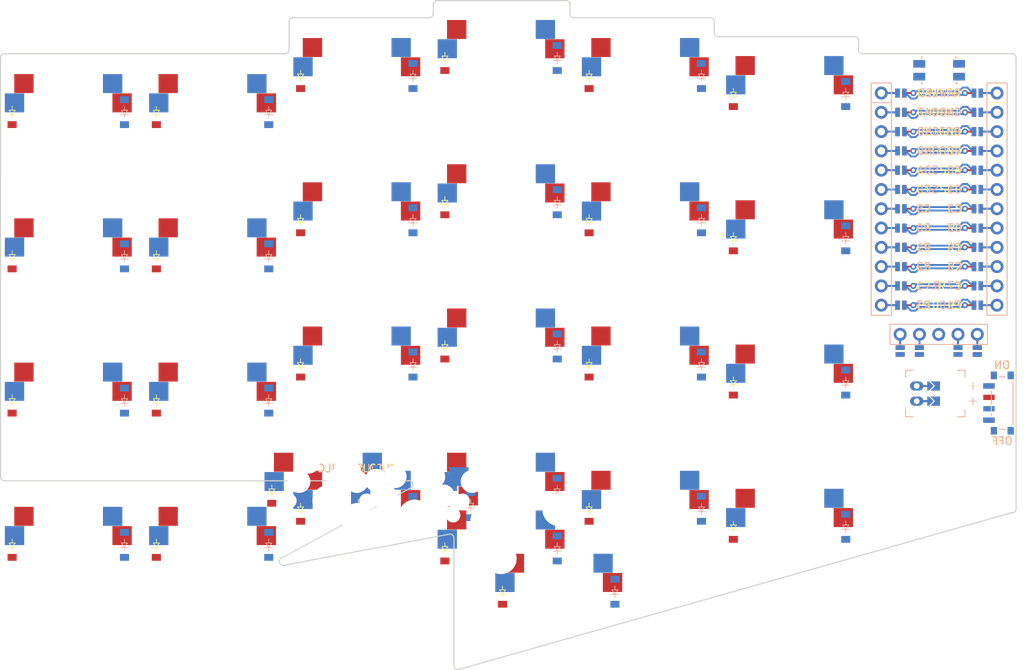
<source format=kicad_pcb>
(kicad_pcb (version 20240108) (generator "ergogen") (generator_version "4.1.0")
  (title_block (title "sofle_v2_wireless") (date "2025-02-05") (rev "0.1") (company "ceoloide (adapted from corney-island)"))
  (layers (0 "F.Cu" signal) (31 "B.Cu" signal) (34 "B.Paste" user) (35 "F.Paste" user) (36 "B.SilkS" user "B.Silkscreen") (37 "F.SilkS" user "F.Silkscreen") (38 "B.Mask" user) (39 "F.Mask" user) (44 "Edge.Cuts" user))
  (net 0 "")
  (net 1 "C0")
  (net 2 "outer_number_B")
  (net 3 "GND")
  (net 4 "D1")
  (net 5 "D2")
  (net 6 "outer_bottom_B")
  (net 7 "outer_home_B")
  (net 8 "outer_top_B")
  (net 9 "C1")
  (net 10 "pinky_number_B")
  (net 11 "pinky_bottom_B")
  (net 12 "pinky_home_B")
  (net 13 "pinky_top_B")
  (net 14 "C2")
  (net 15 "ring_number_B")
  (net 16 "ring_bottom_B")
  (net 17 "ring_home_B")
  (net 18 "ring_top_B")
  (net 19 "C3")
  (net 20 "middle_number_B")
  (net 21 "middle_bottom_B")
  (net 22 "middle_home_B")
  (net 23 "middle_top_B")
  (net 24 "C4")
  (net 25 "index_number_B")
  (net 26 "index_bottom_B")
  (net 27 "index_home_B")
  (net 28 "index_top_B")
  (net 29 "C5")
  (net 30 "inner_number_B")
  (net 31 "inner_bottom_B")
  (net 32 "inner_home_B")
  (net 33 "inner_top_B")
  (net 34 "C6")
  (net 35 "inward_home_B")
  (net 36 "C7")
  (net 37 "C8")
  (net 38 "outward_home_B")
  (net 39 "C9")
  (net 40 "extra_outward_home_B")
  (net 41 "R-1")
  (net 42 "R2")
  (net 43 "R1")
  (net 44 "R0")
  (net 45 "R3")
  (net 46 "outer_number_F")
  (net 47 "outer_bottom_F")
  (net 48 "outer_home_F")
  (net 49 "outer_top_F")
  (net 50 "pinky_number_F")
  (net 51 "pinky_bottom_F")
  (net 52 "pinky_home_F")
  (net 53 "pinky_top_F")
  (net 54 "ring_number_F")
  (net 55 "ring_bottom_F")
  (net 56 "ring_home_F")
  (net 57 "ring_top_F")
  (net 58 "middle_number_F")
  (net 59 "middle_bottom_F")
  (net 60 "middle_home_F")
  (net 61 "middle_top_F")
  (net 62 "index_number_F")
  (net 63 "index_bottom_F")
  (net 64 "index_home_F")
  (net 65 "index_top_F")
  (net 66 "inner_number_F")
  (net 67 "inner_bottom_F")
  (net 68 "inner_home_F")
  (net 69 "inner_top_F")
  (net 70 "inward_home_F")
  (net 71 "outward_home_F")
  (net 72 "extra_outward_home_F")
  (net 73 "RAW")
  (net 74 "RST")
  (net 75 "VCC")
  (net 76 "P10")
  (net 77 "LED")
  (net 78 "DAT")
  (net 79 "SDA")
  (net 80 "SCL")
  (net 81 "CS")
  (net 82 "P101")
  (net 83 "P102")
  (net 84 "P107")
  (net 85 "MCU1_24")
  (net 86 "MCU1_1")
  (net 87 "MCU1_23")
  (net 88 "MCU1_2")
  (net 89 "MCU1_22")
  (net 90 "MCU1_3")
  (net 91 "MCU1_21")
  (net 92 "MCU1_4")
  (net 93 "MCU1_20")
  (net 94 "MCU1_5")
  (net 95 "MCU1_19")
  (net 96 "MCU1_6")
  (net 97 "MCU1_18")
  (net 98 "MCU1_7")
  (net 99 "MCU1_17")
  (net 100 "MCU1_8")
  (net 101 "MCU1_16")
  (net 102 "MCU1_9")
  (net 103 "MCU1_15")
  (net 104 "MCU1_10")
  (net 105 "MCU1_14")
  (net 106 "MCU1_11")
  (net 107 "MCU1_13")
  (net 108 "MCU1_12")
  (net 109 "DISP1_1")
  (net 110 "DISP1_2")
  (net 111 "DISP1_4")
  (net 112 "DISP1_5")
  (net 113 "BAT_P")
  (net 114 "JST1_1")
  (net 115 "JST1_2")
  (footprint "ceoloide:mounting_hole_npth" (layer "F.Cu") (at 207.762 81.476 0)
    (property "Reference" "MH1" hide)
  )
  (footprint "ceoloide:mounting_hole_npth" (layer "F.Cu") (at 222.194 89.995 0)
    (property "Reference" "MH2" hide)
  )
  (footprint "ceoloide:mounting_hole_npth" (layer "F.Cu") (at 109.5 52.5 0)
    (property "Reference" "MH3" hide)
  )
  (footprint "ceoloide:mounting_hole_npth" (layer "F.Cu") (at 109.5 71.5 0)
    (property "Reference" "MH4" hide)
  )
  (footprint "ceoloide:mounting_hole_npth" (layer "F.Cu") (at 185.468 48.986000000000004 0)
    (property "Reference" "MH5" hide)
  )
  (footprint "ceoloide:mounting_hole_npth" (layer "F.Cu") (at 120.35699999999999 85.74 0)
    (property "Reference" "MH6" hide)
  )
  (footprint "ceoloide:mounting_hole_npth" (layer "F.Cu") (at 164.6 94.044 0)
    (property "Reference" "MH7" hide)
  )
  (footprint "ceoloide:switch_mx" (layer "B.Cu") (at 100 100 0)
    (property "Reference" "S1" hide)
  )
  (footprint "ceoloide:switch_mx" (layer "B.Cu") (at 100 81 0)
    (property "Reference" "S2" hide)
  )
  (footprint "ceoloide:switch_mx" (layer "B.Cu") (at 100 62 0)
    (property "Reference" "S3" hide)
  )
  (footprint "ceoloide:switch_mx" (layer "B.Cu") (at 100 43 0)
    (property "Reference" "S4" hide)
  )
  (footprint "ceoloide:switch_mx" (layer "B.Cu") (at 119 100 0)
    (property "Reference" "S5" hide)
  )
  (footprint "ceoloide:switch_mx" (layer "B.Cu") (at 119 81 0)
    (property "Reference" "S6" hide)
  )
  (footprint "ceoloide:switch_mx" (layer "B.Cu") (at 119 62 0)
    (property "Reference" "S7" hide)
  )
  (footprint "ceoloide:switch_mx" (layer "B.Cu") (at 119 43 0)
    (property "Reference" "S8" hide)
  )
  (footprint "ceoloide:switch_mx" (layer "B.Cu") (at 138 95.25 0)
    (property "Reference" "S9" hide)
  )
  (footprint "ceoloide:switch_mx" (layer "B.Cu") (at 138 76.25 0)
    (property "Reference" "S10" hide)
  )
  (footprint "ceoloide:switch_mx" (layer "B.Cu") (at 138 57.25 0)
    (property "Reference" "S11" hide)
  )
  (footprint "ceoloide:switch_mx" (layer "B.Cu") (at 138 38.25 0)
    (property "Reference" "S12" hide)
  )
  (footprint "ceoloide:switch_mx" (layer "B.Cu") (at 157 92.875 0)
    (property "Reference" "S13" hide)
  )
  (footprint "ceoloide:switch_mx" (layer "B.Cu") (at 157 73.875 0)
    (property "Reference" "S14" hide)
  )
  (footprint "ceoloide:switch_mx" (layer "B.Cu") (at 157 54.875 0)
    (property "Reference" "S15" hide)
  )
  (footprint "ceoloide:switch_mx" (layer "B.Cu") (at 157 35.875 0)
    (property "Reference" "S16" hide)
  )
  (footprint "ceoloide:switch_mx" (layer "B.Cu") (at 176 95.25 0)
    (property "Reference" "S17" hide)
  )
  (footprint "ceoloide:switch_mx" (layer "B.Cu") (at 176 76.25 0)
    (property "Reference" "S18" hide)
  )
  (footprint "ceoloide:switch_mx" (layer "B.Cu") (at 176 57.25 0)
    (property "Reference" "S19" hide)
  )
  (footprint "ceoloide:switch_mx" (layer "B.Cu") (at 176 38.25 0)
    (property "Reference" "S20" hide)
  )
  (footprint "ceoloide:switch_mx" (layer "B.Cu") (at 195 97.625 0)
    (property "Reference" "S21" hide)
  )
  (footprint "ceoloide:switch_mx" (layer "B.Cu") (at 195 78.625 0)
    (property "Reference" "S22" hide)
  )
  (footprint "ceoloide:switch_mx" (layer "B.Cu") (at 195 59.625 0)
    (property "Reference" "S23" hide)
  )
  (footprint "ceoloide:switch_mx" (layer "B.Cu") (at 195 40.625 0)
    (property "Reference" "S24" hide)
  )
  (footprint "ceoloide:switch_mx" (layer "B.Cu") (at 134.2 92.875 0)
    (property "Reference" "S25" hide)
  )
  (footprint "ceoloide:switch_mx" (layer "B.Cu") (at 145.6 94.77499999999999 0)
    (property "Reference" "S26" hide)
  )
  (footprint "ceoloide:switch_mx" (layer "B.Cu") (at 157 100.475 0)
    (property "Reference" "S27" hide)
  )
  (footprint "ceoloide:switch_mx" (layer "B.Cu") (at 164.6 106.175 0)
    (property "Reference" "S28" hide)
  )
  (footprint "ceoloide:diode_tht_sod123" (layer "B.Cu") (at 107.4 98.675 90)
    (property "Reference" "D1" hide)
  )
  (footprint "ceoloide:diode_tht_sod123" (layer "B.Cu") (at 107.4 79.675 90)
    (property "Reference" "D2" hide)
  )
  (footprint "ceoloide:diode_tht_sod123" (layer "B.Cu") (at 107.4 60.675 90)
    (property "Reference" "D3" hide)
  )
  (footprint "ceoloide:diode_tht_sod123" (layer "B.Cu") (at 107.4 41.675 90)
    (property "Reference" "D4" hide)
  )
  (footprint "ceoloide:diode_tht_sod123" (layer "B.Cu") (at 126.4 98.675 90)
    (property "Reference" "D5" hide)
  )
  (footprint "ceoloide:diode_tht_sod123" (layer "B.Cu") (at 126.4 79.675 90)
    (property "Reference" "D6" hide)
  )
  (footprint "ceoloide:diode_tht_sod123" (layer "B.Cu") (at 126.4 60.675 90)
    (property "Reference" "D7" hide)
  )
  (footprint "ceoloide:diode_tht_sod123" (layer "B.Cu") (at 126.4 41.675 90)
    (property "Reference" "D8" hide)
  )
  (footprint "ceoloide:diode_tht_sod123" (layer "B.Cu") (at 145.4 93.925 90)
    (property "Reference" "D9" hide)
  )
  (footprint "ceoloide:diode_tht_sod123" (layer "B.Cu") (at 145.4 74.925 90)
    (property "Reference" "D10" hide)
  )
  (footprint "ceoloide:diode_tht_sod123" (layer "B.Cu") (at 145.4 55.925 90)
    (property "Reference" "D11" hide)
  )
  (footprint "ceoloide:diode_tht_sod123" (layer "B.Cu") (at 145.4 36.925 90)
    (property "Reference" "D12" hide)
  )
  (footprint "ceoloide:diode_tht_sod123" (layer "B.Cu") (at 164.4 91.55 90)
    (property "Reference" "D13" hide)
  )
  (footprint "ceoloide:diode_tht_sod123" (layer "B.Cu") (at 164.4 72.55 90)
    (property "Reference" "D14" hide)
  )
  (footprint "ceoloide:diode_tht_sod123" (layer "B.Cu") (at 164.4 53.55 90)
    (property "Reference" "D15" hide)
  )
  (footprint "ceoloide:diode_tht_sod123" (layer "B.Cu") (at 164.4 34.55 90)
    (property "Reference" "D16" hide)
  )
  (footprint "ceoloide:diode_tht_sod123" (layer "B.Cu") (at 183.4 93.925 90)
    (property "Reference" "D17" hide)
  )
  (footprint "ceoloide:diode_tht_sod123" (layer "B.Cu") (at 183.4 74.925 90)
    (property "Reference" "D18" hide)
  )
  (footprint "ceoloide:diode_tht_sod123" (layer "B.Cu") (at 183.4 55.925 90)
    (property "Reference" "D19" hide)
  )
  (footprint "ceoloide:diode_tht_sod123" (layer "B.Cu") (at 183.4 36.925 90)
    (property "Reference" "D20" hide)
  )
  (footprint "ceoloide:diode_tht_sod123" (layer "B.Cu") (at 202.4 96.3 90)
    (property "Reference" "D21" hide)
  )
  (footprint "ceoloide:diode_tht_sod123" (layer "B.Cu") (at 202.4 77.3 90)
    (property "Reference" "D22" hide)
  )
  (footprint "ceoloide:diode_tht_sod123" (layer "B.Cu") (at 202.4 58.3 90)
    (property "Reference" "D23" hide)
  )
  (footprint "ceoloide:diode_tht_sod123" (layer "B.Cu") (at 202.4 39.3 90)
    (property "Reference" "D24" hide)
  )
  (footprint "ceoloide:diode_tht_sod123" (layer "B.Cu") (at 141.6 91.55 90)
    (property "Reference" "D25" hide)
  )
  (footprint "ceoloide:diode_tht_sod123" (layer "B.Cu") (at 153 93.44999999999999 90)
    (property "Reference" "D26" hide)
  )
  (footprint "ceoloide:diode_tht_sod123" (layer "B.Cu") (at 164.4 99.14999999999999 90)
    (property "Reference" "D27" hide)
  )
  (footprint "ceoloide:diode_tht_sod123" (layer "B.Cu") (at 172 104.85 90)
    (property "Reference" "D28" hide)
  )
  (footprint "ceoloide:switch_mx" (layer "F.Cu") (at 100 100 0)
    (property "Reference" "S29" hide)
  )
  (footprint "ceoloide:switch_mx" (layer "F.Cu") (at 100 81 0)
    (property "Reference" "S30" hide)
  )
  (footprint "ceoloide:switch_mx" (layer "F.Cu") (at 100 62 0)
    (property "Reference" "S31" hide)
  )
  (footprint "ceoloide:switch_mx" (layer "F.Cu") (at 100 43 0)
    (property "Reference" "S32" hide)
  )
  (footprint "ceoloide:switch_mx" (layer "F.Cu") (at 119 100 0)
    (property "Reference" "S33" hide)
  )
  (footprint "ceoloide:switch_mx" (layer "F.Cu") (at 119 81 0)
    (property "Reference" "S34" hide)
  )
  (footprint "ceoloide:switch_mx" (layer "F.Cu") (at 119 62 0)
    (property "Reference" "S35" hide)
  )
  (footprint "ceoloide:switch_mx" (layer "F.Cu") (at 119 43 0)
    (property "Reference" "S36" hide)
  )
  (footprint "ceoloide:switch_mx" (layer "F.Cu") (at 138 95.25 0)
    (property "Reference" "S37" hide)
  )
  (footprint "ceoloide:switch_mx" (layer "F.Cu") (at 138 76.25 0)
    (property "Reference" "S38" hide)
  )
  (footprint "ceoloide:switch_mx" (layer "F.Cu") (at 138 57.25 0)
    (property "Reference" "S39" hide)
  )
  (footprint "ceoloide:switch_mx" (layer "F.Cu") (at 138 38.25 0)
    (property "Reference" "S40" hide)
  )
  (footprint "ceoloide:switch_mx" (layer "F.Cu") (at 157 92.875 0)
    (property "Reference" "S41" hide)
  )
  (footprint "ceoloide:switch_mx" (layer "F.Cu") (at 157 73.875 0)
    (property "Reference" "S42" hide)
  )
  (footprint "ceoloide:switch_mx" (layer "F.Cu") (at 157 54.875 0)
    (property "Reference" "S43" hide)
  )
  (footprint "ceoloide:switch_mx" (layer "F.Cu") (at 157 35.875 0)
    (property "Reference" "S44" hide)
  )
  (footprint "ceoloide:switch_mx" (layer "F.Cu") (at 176 95.25 0)
    (property "Reference" "S45" hide)
  )
  (footprint "ceoloide:switch_mx" (layer "F.Cu") (at 176 76.25 0)
    (property "Reference" "S46" hide)
  )
  (footprint "ceoloide:switch_mx" (layer "F.Cu") (at 176 57.25 0)
    (property "Reference" "S47" hide)
  )
  (footprint "ceoloide:switch_mx" (layer "F.Cu") (at 176 38.25 0)
    (property "Reference" "S48" hide)
  )
  (footprint "ceoloide:switch_mx" (layer "F.Cu") (at 195 97.625 0)
    (property "Reference" "S49" hide)
  )
  (footprint "ceoloide:switch_mx" (layer "F.Cu") (at 195 78.625 0)
    (property "Reference" "S50" hide)
  )
  (footprint "ceoloide:switch_mx" (layer "F.Cu") (at 195 59.625 0)
    (property "Reference" "S51" hide)
  )
  (footprint "ceoloide:switch_mx" (layer "F.Cu") (at 195 40.625 0)
    (property "Reference" "S52" hide)
  )
  (footprint "ceoloide:switch_mx" (layer "F.Cu") (at 134.2 92.875 0)
    (property "Reference" "S53" hide)
  )
  (footprint "ceoloide:switch_mx" (layer "F.Cu") (at 145.6 94.77499999999999 0)
    (property "Reference" "S54" hide)
  )
  (footprint "ceoloide:switch_mx" (layer "F.Cu") (at 157 100.475 0)
    (property "Reference" "S55" hide)
  )
  (footprint "ceoloide:switch_mx" (layer "F.Cu") (at 164.6 106.175 0)
    (property "Reference" "S56" hide)
  )
  (footprint "ceoloide:diode_tht_sod123" (layer "F.Cu") (at 92.6 98.675 90)
    (property "Reference" "D29" hide)
  )
  (footprint "ceoloide:diode_tht_sod123" (layer "F.Cu") (at 92.6 79.675 90)
    (property "Reference" "D30" hide)
  )
  (footprint "ceoloide:diode_tht_sod123" (layer "F.Cu") (at 92.6 60.675 90)
    (property "Reference" "D31" hide)
  )
  (footprint "ceoloide:diode_tht_sod123" (layer "F.Cu") (at 92.6 41.675 90)
    (property "Reference" "D32" hide)
  )
  (footprint "ceoloide:diode_tht_sod123" (layer "F.Cu") (at 111.6 98.675 90)
    (property "Reference" "D33" hide)
  )
  (footprint "ceoloide:diode_tht_sod123" (layer "F.Cu") (at 111.6 79.675 90)
    (property "Reference" "D34" hide)
  )
  (footprint "ceoloide:diode_tht_sod123" (layer "F.Cu") (at 111.6 60.675 90)
    (property "Reference" "D35" hide)
  )
  (footprint "ceoloide:diode_tht_sod123" (layer "F.Cu") (at 111.6 41.675 90)
    (property "Reference" "D36" hide)
  )
  (footprint "ceoloide:diode_tht_sod123" (layer "F.Cu") (at 130.6 93.925 90)
    (property "Reference" "D37" hide)
  )
  (footprint "ceoloide:diode_tht_sod123" (layer "F.Cu") (at 130.6 74.925 90)
    (property "Reference" "D38" hide)
  )
  (footprint "ceoloide:diode_tht_sod123" (layer "F.Cu") (at 130.6 55.925 90)
    (property "Reference" "D39" hide)
  )
  (footprint "ceoloide:diode_tht_sod123" (layer "F.Cu") (at 130.6 36.925 90)
    (property "Reference" "D40" hide)
  )
  (footprint "ceoloide:diode_tht_sod123" (layer "F.Cu") (at 149.6 91.55 90)
    (property "Reference" "D41" hide)
  )
  (footprint "ceoloide:diode_tht_sod123" (layer "F.Cu") (at 149.6 72.55 90)
    (property "Reference" "D42" hide)
  )
  (footprint "ceoloide:diode_tht_sod123" (layer "F.Cu") (at 149.6 53.55 90)
    (property "Reference" "D43" hide)
  )
  (footprint "ceoloide:diode_tht_sod123" (layer "F.Cu") (at 149.6 34.55 90)
    (property "Reference" "D44" hide)
  )
  (footprint "ceoloide:diode_tht_sod123" (layer "F.Cu") (at 168.6 93.925 90)
    (property "Reference" "D45" hide)
  )
  (footprint "ceoloide:diode_tht_sod123" (layer "F.Cu") (at 168.6 74.925 90)
    (property "Reference" "D46" hide)
  )
  (footprint "ceoloide:diode_tht_sod123" (layer "F.Cu") (at 168.6 55.925 90)
    (property "Reference" "D47" hide)
  )
  (footprint "ceoloide:diode_tht_sod123" (layer "F.Cu") (at 168.6 36.925 90)
    (property "Reference" "D48" hide)
  )
  (footprint "ceoloide:diode_tht_sod123" (layer "F.Cu") (at 187.6 96.3 90)
    (property "Reference" "D49" hide)
  )
  (footprint "ceoloide:diode_tht_sod123" (layer "F.Cu") (at 187.6 77.3 90)
    (property "Reference" "D50" hide)
  )
  (footprint "ceoloide:diode_tht_sod123" (layer "F.Cu") (at 187.6 58.3 90)
    (property "Reference" "D51" hide)
  )
  (footprint "ceoloide:diode_tht_sod123" (layer "F.Cu") (at 187.6 39.3 90)
    (property "Reference" "D52" hide)
  )
  (footprint "ceoloide:diode_tht_sod123" (layer "F.Cu") (at 126.79999999999998 91.55 90)
    (property "Reference" "D53" hide)
  )
  (footprint "ceoloide:diode_tht_sod123" (layer "F.Cu") (at 138.2 93.44999999999999 90)
    (property "Reference" "D54" hide)
  )
  (footprint "ceoloide:diode_tht_sod123" (layer "F.Cu") (at 149.6 99.14999999999999 90)
    (property "Reference" "D55" hide)
  )
  (footprint "ceoloide:diode_tht_sod123" (layer "F.Cu") (at 157.2 104.85 90)
    (property "Reference" "D56" hide)
  )
  (footprint "ceoloide:mcu_nice_nano" (layer "F.Cu") (at 214.704 51.87 0)
    (property "Reference" "MCU1" hide)
  )
  (segment (start 219.28400000000002 39.17) (end 218.104 39.17) (width 0.25) (layer "F.Cu"))
  (segment (start 210.124 39.17) (end 211.304 39.17) (width 0.25) (layer "F.Cu"))
  (segment (start 207.084 39.17) (end 209.204 39.17) (width 0.25) (layer "F.Cu"))
  (segment (start 207.084 39.17) (end 209.204 39.17) (width 0.25) (layer "B.Cu"))
  (segment (start 220.204 39.17) (end 222.324 39.17) (width 0.25) (layer "F.Cu"))
  (segment (start 222.324 39.17) (end 220.204 39.17) (width 0.25) (layer "B.Cu"))
  (segment (start 212.09930500000002 39.4) (end 217.874 39.4) (width 0.25) (layer "B.Cu"))
  (segment (start 209.929 39.17) (end 210.278695 39.17) (width 0.25) (layer "B.Cu"))
  (segment (start 211.003695 39.894999999999996) (end 211.604305 39.894999999999996) (width 0.25) (layer "B.Cu"))
  (segment (start 210.278695 39.17) (end 211.003695 39.894999999999996) (width 0.25) (layer "B.Cu"))
  (segment (start 211.604305 39.894999999999996) (end 212.09930500000002 39.4) (width 0.25) (layer "B.Cu"))
  (segment (start 219.479 39.17) (end 219.12930500000002 39.17) (width 0.25) (layer "B.Cu"))
  (segment (start 217.298695 38.949999999999996) (end 211.524 38.949999999999996) (width 0.25) (layer "B.Cu"))
  (segment (start 219.12930500000002 39.17) (end 218.40430500000002 38.44499999999999) (width 0.25) (layer "B.Cu"))
  (segment (start 218.40430500000002 38.44499999999999) (end 217.803695 38.44499999999999) (width 0.25) (layer "B.Cu"))
  (segment (start 217.803695 38.44499999999999) (end 217.298695 38.949999999999996) (width 0.25) (layer "B.Cu"))
  (segment (start 219.28400000000002 41.709999999999994) (end 218.104 41.709999999999994) (width 0.25) (layer "F.Cu"))
  (segment (start 210.124 41.709999999999994) (end 211.304 41.709999999999994) (width 0.25) (layer "F.Cu"))
  (segment (start 207.084 41.709999999999994) (end 209.204 41.709999999999994) (width 0.25) (layer "F.Cu"))
  (segment (start 207.084 41.709999999999994) (end 209.204 41.709999999999994) (width 0.25) (layer "B.Cu"))
  (segment (start 220.204 41.709999999999994) (end 222.324 41.709999999999994) (width 0.25) (layer "F.Cu"))
  (segment (start 222.324 41.709999999999994) (end 220.204 41.709999999999994) (width 0.25) (layer "B.Cu"))
  (segment (start 212.09930500000002 41.94) (end 217.874 41.94) (width 0.25) (layer "B.Cu"))
  (segment (start 209.929 41.709999999999994) (end 210.278695 41.709999999999994) (width 0.25) (layer "B.Cu"))
  (segment (start 211.003695 42.434999999999995) (end 211.604305 42.434999999999995) (width 0.25) (layer "B.Cu"))
  (segment (start 210.278695 41.709999999999994) (end 211.003695 42.434999999999995) (width 0.25) (layer "B.Cu"))
  (segment (start 211.604305 42.434999999999995) (end 212.09930500000002 41.94) (width 0.25) (layer "B.Cu"))
  (segment (start 219.479 41.709999999999994) (end 219.12930500000002 41.709999999999994) (width 0.25) (layer "B.Cu"))
  (segment (start 217.298695 41.489999999999995) (end 211.524 41.489999999999995) (width 0.25) (layer "B.Cu"))
  (segment (start 219.12930500000002 41.709999999999994) (end 218.40430500000002 40.985) (width 0.25) (layer "B.Cu"))
  (segment (start 218.40430500000002 40.985) (end 217.803695 40.985) (width 0.25) (layer "B.Cu"))
  (segment (start 217.803695 40.985) (end 217.298695 41.489999999999995) (width 0.25) (layer "B.Cu"))
  (segment (start 219.28400000000002 44.25) (end 218.104 44.25) (width 0.25) (layer "F.Cu"))
  (segment (start 210.124 44.25) (end 211.304 44.25) (width 0.25) (layer "F.Cu"))
  (segment (start 207.084 44.25) (end 209.204 44.25) (width 0.25) (layer "F.Cu"))
  (segment (start 207.084 44.25) (end 209.204 44.25) (width 0.25) (layer "B.Cu"))
  (segment (start 220.204 44.25) (end 222.324 44.25) (width 0.25) (layer "F.Cu"))
  (segment (start 222.324 44.25) (end 220.204 44.25) (width 0.25) (layer "B.Cu"))
  (segment (start 212.09930500000002 44.48) (end 217.874 44.48) (width 0.25) (layer "B.Cu"))
  (segment (start 209.929 44.25) (end 210.278695 44.25) (width 0.25) (layer "B.Cu"))
  (segment (start 211.003695 44.974999999999994) (end 211.604305 44.974999999999994) (width 0.25) (layer "B.Cu"))
  (segment (start 210.278695 44.25) (end 211.003695 44.974999999999994) (width 0.25) (layer "B.Cu"))
  (segment (start 211.604305 44.974999999999994) (end 212.09930500000002 44.48) (width 0.25) (layer "B.Cu"))
  (segment (start 219.479 44.25) (end 219.12930500000002 44.25) (width 0.25) (layer "B.Cu"))
  (segment (start 217.298695 44.03) (end 211.524 44.03) (width 0.25) (layer "B.Cu"))
  (segment (start 219.12930500000002 44.25) (end 218.40430500000002 43.525) (width 0.25) (layer "B.Cu"))
  (segment (start 218.40430500000002 43.525) (end 217.803695 43.525) (width 0.25) (layer "B.Cu"))
  (segment (start 217.803695 43.525) (end 217.298695 44.03) (width 0.25) (layer "B.Cu"))
  (segment (start 219.28400000000002 46.79) (end 218.104 46.79) (width 0.25) (layer "F.Cu"))
  (segment (start 210.124 46.79) (end 211.304 46.79) (width 0.25) (layer "F.Cu"))
  (segment (start 207.084 46.79) (end 209.204 46.79) (width 0.25) (layer "F.Cu"))
  (segment (start 207.084 46.79) (end 209.204 46.79) (width 0.25) (layer "B.Cu"))
  (segment (start 220.204 46.79) (end 222.324 46.79) (width 0.25) (layer "F.Cu"))
  (segment (start 222.324 46.79) (end 220.204 46.79) (width 0.25) (layer "B.Cu"))
  (segment (start 212.09930500000002 47.019999999999996) (end 217.874 47.019999999999996) (width 0.25) (layer "B.Cu"))
  (segment (start 209.929 46.79) (end 210.278695 46.79) (width 0.25) (layer "B.Cu"))
  (segment (start 211.003695 47.515) (end 211.604305 47.515) (width 0.25) (layer "B.Cu"))
  (segment (start 210.278695 46.79) (end 211.003695 47.515) (width 0.25) (layer "B.Cu"))
  (segment (start 211.604305 47.515) (end 212.09930500000002 47.019999999999996) (width 0.25) (layer "B.Cu"))
  (segment (start 219.479 46.79) (end 219.12930500000002 46.79) (width 0.25) (layer "B.Cu"))
  (segment (start 217.298695 46.57) (end 211.524 46.57) (width 0.25) (layer "B.Cu"))
  (segment (start 219.12930500000002 46.79) (end 218.40430500000002 46.065) (width 0.25) (layer "B.Cu"))
  (segment (start 218.40430500000002 46.065) (end 217.803695 46.065) (width 0.25) (layer "B.Cu"))
  (segment (start 217.803695 46.065) (end 217.298695 46.57) (width 0.25) (layer "B.Cu"))
  (segment (start 219.28400000000002 49.33) (end 218.104 49.33) (width 0.25) (layer "F.Cu"))
  (segment (start 210.124 49.33) (end 211.304 49.33) (width 0.25) (layer "F.Cu"))
  (segment (start 207.084 49.33) (end 209.204 49.33) (width 0.25) (layer "F.Cu"))
  (segment (start 207.084 49.33) (end 209.204 49.33) (width 0.25) (layer "B.Cu"))
  (segment (start 220.204 49.33) (end 222.324 49.33) (width 0.25) (layer "F.Cu"))
  (segment (start 222.324 49.33) (end 220.204 49.33) (width 0.25) (layer "B.Cu"))
  (segment (start 212.09930500000002 49.559999999999995) (end 217.874 49.559999999999995) (width 0.25) (layer "B.Cu"))
  (segment (start 209.929 49.33) (end 210.278695 49.33) (width 0.25) (layer "B.Cu"))
  (segment (start 211.003695 50.055) (end 211.604305 50.055) (width 0.25) (layer "B.Cu"))
  (segment (start 210.278695 49.33) (end 211.003695 50.055) (width 0.25) (layer "B.Cu"))
  (segment (start 211.604305 50.055) (end 212.09930500000002 49.559999999999995) (width 0.25) (layer "B.Cu"))
  (segment (start 219.479 49.33) (end 219.12930500000002 49.33) (width 0.25) (layer "B.Cu"))
  (segment (start 217.298695 49.11) (end 211.524 49.11) (width 0.25) (layer "B.Cu"))
  (segment (start 219.12930500000002 49.33) (end 218.40430500000002 48.605) (width 0.25) (layer "B.Cu"))
  (segment (start 218.40430500000002 48.605) (end 217.803695 48.605) (width 0.25) (layer "B.Cu"))
  (segment (start 217.803695 48.605) (end 217.298695 49.11) (width 0.25) (layer "B.Cu"))
  (segment (start 219.28400000000002 51.87) (end 218.104 51.87) (width 0.25) (layer "F.Cu"))
  (segment (start 210.124 51.87) (end 211.304 51.87) (width 0.25) (layer "F.Cu"))
  (segment (start 207.084 51.87) (end 209.204 51.87) (width 0.25) (layer "F.Cu"))
  (segment (start 207.084 51.87) (end 209.204 51.87) (width 0.25) (layer "B.Cu"))
  (segment (start 220.204 51.87) (end 222.324 51.87) (width 0.25) (layer "F.Cu"))
  (segment (start 222.324 51.87) (end 220.204 51.87) (width 0.25) (layer "B.Cu"))
  (segment (start 212.09930500000002 52.099999999999994) (end 217.874 52.099999999999994) (width 0.25) (layer "B.Cu"))
  (segment (start 209.929 51.87) (end 210.278695 51.87) (width 0.25) (layer "B.Cu"))
  (segment (start 211.003695 52.595) (end 211.604305 52.595) (width 0.25) (layer "B.Cu"))
  (segment (start 210.278695 51.87) (end 211.003695 52.595) (width 0.25) (layer "B.Cu"))
  (segment (start 211.604305 52.595) (end 212.09930500000002 52.099999999999994) (width 0.25) (layer "B.Cu"))
  (segment (start 219.479 51.87) (end 219.12930500000002 51.87) (width 0.25) (layer "B.Cu"))
  (segment (start 217.298695 51.65) (end 211.524 51.65) (width 0.25) (layer "B.Cu"))
  (segment (start 219.12930500000002 51.87) (end 218.40430500000002 51.144999999999996) (width 0.25) (layer "B.Cu"))
  (segment (start 218.40430500000002 51.144999999999996) (end 217.803695 51.144999999999996) (width 0.25) (layer "B.Cu"))
  (segment (start 217.803695 51.144999999999996) (end 217.298695 51.65) (width 0.25) (layer "B.Cu"))
  (segment (start 219.28400000000002 54.41) (end 218.104 54.41) (width 0.25) (layer "F.Cu"))
  (segment (start 210.124 54.41) (end 211.304 54.41) (width 0.25) (layer "F.Cu"))
  (segment (start 207.084 54.41) (end 209.204 54.41) (width 0.25) (layer "F.Cu"))
  (segment (start 207.084 54.41) (end 209.204 54.41) (width 0.25) (layer "B.Cu"))
  (segment (start 220.204 54.41) (end 222.324 54.41) (width 0.25) (layer "F.Cu"))
  (segment (start 222.324 54.41) (end 220.204 54.41) (width 0.25) (layer "B.Cu"))
  (segment (start 212.09930500000002 54.64) (end 217.874 54.64) (width 0.25) (layer "B.Cu"))
  (segment (start 209.929 54.41) (end 210.278695 54.41) (width 0.25) (layer "B.Cu"))
  (segment (start 211.003695 55.135) (end 211.604305 55.135) (width 0.25) (layer "B.Cu"))
  (segment (start 210.278695 54.41) (end 211.003695 55.135) (width 0.25) (layer "B.Cu"))
  (segment (start 211.604305 55.135) (end 212.09930500000002 54.64) (width 0.25) (layer "B.Cu"))
  (segment (start 219.479 54.41) (end 219.12930500000002 54.41) (width 0.25) (layer "B.Cu"))
  (segment (start 217.298695 54.19) (end 211.524 54.19) (width 0.25) (layer "B.Cu"))
  (segment (start 219.12930500000002 54.41) (end 218.40430500000002 53.684999999999995) (width 0.25) (layer "B.Cu"))
  (segment (start 218.40430500000002 53.684999999999995) (end 217.803695 53.684999999999995) (width 0.25) (layer "B.Cu"))
  (segment (start 217.803695 53.684999999999995) (end 217.298695 54.19) (width 0.25) (layer "B.Cu"))
  (segment (start 219.28400000000002 56.949999999999996) (end 218.104 56.949999999999996) (width 0.25) (layer "F.Cu"))
  (segment (start 210.124 56.949999999999996) (end 211.304 56.949999999999996) (width 0.25) (layer "F.Cu"))
  (segment (start 207.084 56.949999999999996) (end 209.204 56.949999999999996) (width 0.25) (layer "F.Cu"))
  (segment (start 207.084 56.949999999999996) (end 209.204 56.949999999999996) (width 0.25) (layer "B.Cu"))
  (segment (start 220.204 56.949999999999996) (end 222.324 56.949999999999996) (width 0.25) (layer "F.Cu"))
  (segment (start 222.324 56.949999999999996) (end 220.204 56.949999999999996) (width 0.25) (layer "B.Cu"))
  (segment (start 212.09930500000002 57.18) (end 217.874 57.18) (width 0.25) (layer "B.Cu"))
  (segment (start 209.929 56.949999999999996) (end 210.278695 56.949999999999996) (width 0.25) (layer "B.Cu"))
  (segment (start 211.003695 57.675) (end 211.604305 57.675) (width 0.25) (layer "B.Cu"))
  (segment (start 210.278695 56.949999999999996) (end 211.003695 57.675) (width 0.25) (layer "B.Cu"))
  (segment (start 211.604305 57.675) (end 212.09930500000002 57.18) (width 0.25) (layer "B.Cu"))
  (segment (start 219.479 56.949999999999996) (end 219.12930500000002 56.949999999999996) (width 0.25) (layer "B.Cu"))
  (segment (start 217.298695 56.73) (end 211.524 56.73) (width 0.25) (layer "B.Cu"))
  (segment (start 219.12930500000002 56.949999999999996) (end 218.40430500000002 56.224999999999994) (width 0.25) (layer "B.Cu"))
  (segment (start 218.40430500000002 56.224999999999994) (end 217.803695 56.224999999999994) (width 0.25) (layer "B.Cu"))
  (segment (start 217.803695 56.224999999999994) (end 217.298695 56.73) (width 0.25) (layer "B.Cu"))
  (segment (start 219.28400000000002 59.489999999999995) (end 218.104 59.489999999999995) (width 0.25) (layer "F.Cu"))
  (segment (start 210.124 59.489999999999995) (end 211.304 59.489999999999995) (width 0.25) (layer "F.Cu"))
  (segment (start 207.084 59.489999999999995) (end 209.204 59.489999999999995) (width 0.25) (layer "F.Cu"))
  (segment (start 207.084 59.489999999999995) (end 209.204 59.489999999999995) (width 0.25) (layer "B.Cu"))
  (segment (start 220.204 59.489999999999995) (end 222.324 59.489999999999995) (width 0.25) (layer "F.Cu"))
  (segment (start 222.324 59.489999999999995) (end 220.204 59.489999999999995) (width 0.25) (layer "B.Cu"))
  (segment (start 212.09930500000002 59.72) (end 217.874 59.72) (width 0.25) (layer "B.Cu"))
  (segment (start 209.929 59.489999999999995) (end 210.278695 59.489999999999995) (width 0.25) (layer "B.Cu"))
  (segment (start 211.003695 60.214999999999996) (end 211.604305 60.214999999999996) (width 0.25) (layer "B.Cu"))
  (segment (start 210.278695 59.489999999999995) (end 211.003695 60.214999999999996) (width 0.25) (layer "B.Cu"))
  (segment (start 211.604305 60.214999999999996) (end 212.09930500000002 59.72) (width 0.25) (layer "B.Cu"))
  (segment (start 219.479 59.489999999999995) (end 219.12930500000002 59.489999999999995) (width 0.25) (layer "B.Cu"))
  (segment (start 217.298695 59.269999999999996) (end 211.524 59.269999999999996) (width 0.25) (layer "B.Cu"))
  (segment (start 219.12930500000002 59.489999999999995) (end 218.40430500000002 58.765) (width 0.25) (layer "B.Cu"))
  (segment (start 218.40430500000002 58.765) (end 217.803695 58.765) (width 0.25) (layer "B.Cu"))
  (segment (start 217.803695 58.765) (end 217.298695 59.269999999999996) (width 0.25) (layer "B.Cu"))
  (segment (start 219.28400000000002 62.03) (end 218.104 62.03) (width 0.25) (layer "F.Cu"))
  (segment (start 210.124 62.03) (end 211.304 62.03) (width 0.25) (layer "F.Cu"))
  (segment (start 207.084 62.03) (end 209.204 62.03) (width 0.25) (layer "F.Cu"))
  (segment (start 207.084 62.03) (end 209.204 62.03) (width 0.25) (layer "B.Cu"))
  (segment (start 220.204 62.03) (end 222.324 62.03) (width 0.25) (layer "F.Cu"))
  (segment (start 222.324 62.03) (end 220.204 62.03) (width 0.25) (layer "B.Cu"))
  (segment (start 212.09930500000002 62.26) (end 217.874 62.26) (width 0.25) (layer "B.Cu"))
  (segment (start 209.929 62.03) (end 210.278695 62.03) (width 0.25) (layer "B.Cu"))
  (segment (start 211.003695 62.754999999999995) (end 211.604305 62.754999999999995) (width 0.25) (layer "B.Cu"))
  (segment (start 210.278695 62.03) (end 211.003695 62.754999999999995) (width 0.25) (layer "B.Cu"))
  (segment (start 211.604305 62.754999999999995) (end 212.09930500000002 62.26) (width 0.25) (layer "B.Cu"))
  (segment (start 219.479 62.03) (end 219.12930500000002 62.03) (width 0.25) (layer "B.Cu"))
  (segment (start 217.298695 61.809999999999995) (end 211.524 61.809999999999995) (width 0.25) (layer "B.Cu"))
  (segment (start 219.12930500000002 62.03) (end 218.40430500000002 61.305) (width 0.25) (layer "B.Cu"))
  (segment (start 218.40430500000002 61.305) (end 217.803695 61.305) (width 0.25) (layer "B.Cu"))
  (segment (start 217.803695 61.305) (end 217.298695 61.809999999999995) (width 0.25) (layer "B.Cu"))
  (segment (start 219.28400000000002 64.57) (end 218.104 64.57) (width 0.25) (layer "F.Cu"))
  (segment (start 210.124 64.57) (end 211.304 64.57) (width 0.25) (layer "F.Cu"))
  (segment (start 207.084 64.57) (end 209.204 64.57) (width 0.25) (layer "F.Cu"))
  (segment (start 207.084 64.57) (end 209.204 64.57) (width 0.25) (layer "B.Cu"))
  (segment (start 220.204 64.57) (end 222.324 64.57) (width 0.25) (layer "F.Cu"))
  (segment (start 222.324 64.57) (end 220.204 64.57) (width 0.25) (layer "B.Cu"))
  (segment (start 212.09930500000002 64.8) (end 217.874 64.8) (width 0.25) (layer "B.Cu"))
  (segment (start 209.929 64.57) (end 210.278695 64.57) (width 0.25) (layer "B.Cu"))
  (segment (start 211.003695 65.295) (end 211.604305 65.295) (width 0.25) (layer "B.Cu"))
  (segment (start 210.278695 64.57) (end 211.003695 65.295) (width 0.25) (layer "B.Cu"))
  (segment (start 211.604305 65.295) (end 212.09930500000002 64.8) (width 0.25) (layer "B.Cu"))
  (segment (start 219.479 64.57) (end 219.12930500000002 64.57) (width 0.25) (layer "B.Cu"))
  (segment (start 217.298695 64.35) (end 211.524 64.35) (width 0.25) (layer "B.Cu"))
  (segment (start 219.12930500000002 64.57) (end 218.40430500000002 63.845) (width 0.25) (layer "B.Cu"))
  (segment (start 218.40430500000002 63.845) (end 217.803695 63.845) (width 0.25) (layer "B.Cu"))
  (segment (start 217.803695 63.845) (end 217.298695 64.35) (width 0.25) (layer "B.Cu"))
  (segment (start 219.28400000000002 67.11) (end 218.104 67.11) (width 0.25) (layer "F.Cu"))
  (segment (start 210.124 67.11) (end 211.304 67.11) (width 0.25) (layer "F.Cu"))
  (segment (start 207.084 67.11) (end 209.204 67.11) (width 0.25) (layer "F.Cu"))
  (segment (start 207.084 67.11) (end 209.204 67.11) (width 0.25) (layer "B.Cu"))
  (segment (start 220.204 67.11) (end 222.324 67.11) (width 0.25) (layer "F.Cu"))
  (segment (start 222.324 67.11) (end 220.204 67.11) (width 0.25) (layer "B.Cu"))
  (segment (start 212.09930500000002 67.34) (end 217.874 67.34) (width 0.25) (layer "B.Cu"))
  (segment (start 209.929 67.11) (end 210.278695 67.11) (width 0.25) (layer "B.Cu"))
  (segment (start 211.003695 67.835) (end 211.604305 67.835) (width 0.25) (layer "B.Cu"))
  (segment (start 210.278695 67.11) (end 211.003695 67.835) (width 0.25) (layer "B.Cu"))
  (segment (start 211.604305 67.835) (end 212.09930500000002 67.34) (width 0.25) (layer "B.Cu"))
  (segment (start 219.479 67.11) (end 219.12930500000002 67.11) (width 0.25) (layer "B.Cu"))
  (segment (start 217.298695 66.89) (end 211.524 66.89) (width 0.25) (layer "B.Cu"))
  (segment (start 219.12930500000002 67.11) (end 218.40430500000002 66.38499999999999) (width 0.25) (layer "B.Cu"))
  (segment (start 218.40430500000002 66.38499999999999) (end 217.803695 66.38499999999999) (width 0.25) (layer "B.Cu"))
  (segment (start 217.803695 66.38499999999999) (end 217.298695 66.89) (width 0.25) (layer "B.Cu"))
  (gr_text "JLCJLCJLCJLC" (at 138 88.6 0) (layer "F.SilkS") (effects (font (size 1 1))))
  (gr_text "JLCJLCJLCJLC" (at 138 88.6 0) (layer "B.SilkS") (effects (font (size 1 1)) (justify mirror)))
  (footprint "ceoloide:display_nice_view" (layer F.Cu) (at 214.647 54.25 0)
    (property "Reference" "DISP1" hide)
  )
  (segment (start 209.56699999999998 70.95) (end 209.56699999999998 72.7) (width 0.25) (layer "F.Cu") (net 81))
  (segment (start 212.107 70.95) (end 212.107 72.7) (width 0.25) (layer "F.Cu") (net 3))
  (segment (start 217.18699999999998 70.95) (end 217.18699999999998 72.7) (width 0.25) (layer "F.Cu") (net 80))
  (segment (start 219.727 70.95) (end 219.727 72.7) (width 0.25) (layer "F.Cu") (net 79))
  (segment (start 209.56699999999998 70.95) (end 209.56699999999998 72.7) (width 0.25) (layer "B.Cu") (net 81))
  (segment (start 212.107 70.95) (end 212.107 72.7) (width 0.25) (layer "B.Cu") (net 3))
  (segment (start 217.18699999999998 70.95) (end 217.18699999999998 72.7) (width 0.25) (layer "B.Cu") (net 80))
  (segment (start 219.727 70.95) (end 219.727 72.7) (width 0.25) (layer "B.Cu") (net 79))
  (footprint "ceoloide:power_switch_smd_side" (layer "F.Cu") (at 223 80 0)
    (property "Reference" "PWR1" hide)
  )
  (footprint "ceoloide:reset_switch_smd_side" (layer "F.Cu") (at 214.704 36.165 0)
    (property "Reference" "RST1" hide)
  )
  (footprint "ceoloide:battery_connector_jst_ph_2" (layer "F.Cu") (at 211.75 78.75 90)
    (property "Reference" "JST1" hide)
  )
  (segment (start 213.55 79.75) (end 211.75 79.75) (width 0.25) (layer "F.Cu") (net 114))
  (segment (start 213.55 79.75) (end 211.75 79.75) (width 0.25) (layer "B.Cu") (net 114))
  (segment (start 213.55 77.75) (end 211.75 77.75) (width 0.25) (layer "F.Cu") (net 115))
  (segment (start 213.55 77.75) (end 211.75 77.75) (width 0.25) (layer "B.Cu") (net 115))
  (gr_line (start 91.08198222285509 89.74001780012622) (end 91.08001777794281 34.49000464193523) (layer Edge.Cuts) (stroke (width 0.15)))
  (gr_line (start 91.58000462794281 33.98998684198348) (end 128.58001314999998 33.98901315754868) (layer Edge.Cuts) (stroke (width 0.15)))
  (gr_line (start 129.08 33.48901315754736) (end 129.08 29.740000000000002) (layer Edge.Cuts) (stroke (width 0.15)))
  (gr_line (start 129.58 29.240000000000002) (end 147.58 29.240000000000002) (layer Edge.Cuts) (stroke (width 0.15)))
  (gr_line (start 148.08 28.740000000000002) (end 148.08 27.488) (layer Edge.Cuts) (stroke (width 0.15)))
  (gr_line (start 148.58 26.988) (end 165.582 26.988) (layer Edge.Cuts) (stroke (width 0.15)))
  (gr_line (start 166.082 27.488) (end 166.082 28.740000000000002) (layer Edge.Cuts) (stroke (width 0.15)))
  (gr_line (start 166.582 29.240000000000002) (end 184.582 29.240000000000002) (layer Edge.Cuts) (stroke (width 0.15)))
  (gr_line (start 185.082 29.740000000000002) (end 185.082 31.238) (layer Edge.Cuts) (stroke (width 0.15)))
  (gr_line (start 185.582 31.738) (end 203.58222192628773 31.738) (layer Edge.Cuts) (stroke (width 0.15)))
  (gr_line (start 204.08222192628773 32.23777800000971) (end 204.08277807371226 33.49022199999308) (layer Edge.Cuts) (stroke (width 0.15)))
  (gr_line (start 224.203 94.451) (end 151.43343854059708 115.09147951320367) (layer Edge.Cuts) (stroke (width 0.15)))
  (gr_line (start 150.797 114.61045509635451) (end 150.797 97.76152838366683) (layer Edge.Cuts) (stroke (width 0.15)))
  (gr_line (start 150.20480344829994 97.27010207460526) (end 128.38748146162177 101.36325278291773) (layer Edge.Cuts) (stroke (width 0.15)))
  (gr_line (start 128.0568153712953 100.43235829481611) (end 145.108682894647 91.17946817904001) (layer Edge.Cuts) (stroke (width 0.15)))
  (gr_line (start 144.87021335602054 90.24) (end 91.58198222285512 90.24) (layer Edge.Cuts) (stroke (width 0.15)))
  (gr_line (start 204.58277807371226 33.99) (end 224.333 33.99) (layer Edge.Cuts) (stroke (width 0.15)))
  (gr_line (start 224.833 34.49) (end 224.833 93.951) (layer Edge.Cuts) (stroke (width 0.15)))
  (gr_line (start 224.333 94.451) (end 224.203 94.451) (layer Edge.Cuts) (stroke (width 0.15)))
  (gr_arc (start 91.58000457794282 33.98998684156686) (mid 91.22645337794282 34.13644444156686) (end 91.08001777794281 34.490004741566864) (layer Edge.Cuts) (stroke (width 0.15)))
  (gr_arc (start 128.5800131 33.98901315754736) (mid 128.933558 33.84256195754736) (end 129.08 33.48901315754736) (layer Edge.Cuts) (stroke (width 0.15)))
  (gr_arc (start 129.58 29.240000000000002) (mid 129.2264466 29.386446600000003) (end 129.08 29.740000000000002) (layer Edge.Cuts) (stroke (width 0.15)))
  (gr_arc (start 147.58 29.240000000000002) (mid 147.93355340000002 29.0935534) (end 148.08 28.740000000000002) (layer Edge.Cuts) (stroke (width 0.15)))
  (gr_arc (start 148.58 26.988) (mid 148.2264466 27.1344466) (end 148.08 27.488) (layer Edge.Cuts) (stroke (width 0.15)))
  (gr_arc (start 166.082 27.488) (mid 165.9355534 27.1344466) (end 165.582 26.988) (layer Edge.Cuts) (stroke (width 0.15)))
  (gr_arc (start 166.082 28.740000000000002) (mid 166.22844659999998 29.0935534) (end 166.582 29.240000000000002) (layer Edge.Cuts) (stroke (width 0.15)))
  (gr_arc (start 185.082 29.740000000000002) (mid 184.9355534 29.386446600000003) (end 184.582 29.240000000000002) (layer Edge.Cuts) (stroke (width 0.15)))
  (gr_arc (start 185.082 31.238) (mid 185.22844659999998 31.5915534) (end 185.582 31.738) (layer Edge.Cuts) (stroke (width 0.15)))
  (gr_arc (start 204.08222192628773 32.237778) (mid 203.93569682628774 31.8843681) (end 203.58222192628773 31.738) (layer Edge.Cuts) (stroke (width 0.15)))
  (gr_arc (start 204.08277807371226 33.49022199999069) (mid 204.22930317371225 33.84363189999069) (end 204.58277807371226 33.98999999999069) (layer Edge.Cuts) (stroke (width 0.15)))
  (gr_arc (start 224.833 34.49) (mid 224.6865534 34.1364466) (end 224.333 33.99) (layer Edge.Cuts) (stroke (width 0.15)))
  (gr_arc (start 224.333 94.451) (mid 224.6865534 94.30455339999999) (end 224.833 93.951) (layer Edge.Cuts) (stroke (width 0.15)))
  (gr_arc (start 150.797 114.61045509635451) (mid 150.9955197 115.00934059635452) (end 151.4334386 115.09147959635452) (layer Edge.Cuts) (stroke (width 0.15)))
  (gr_arc (start 150.797 97.76152838366683) (mid 150.6162975 97.37675688366683) (end 150.2048035 97.27010208366683) (layer Edge.Cuts) (stroke (width 0.15)))
  (gr_arc (start 128.05681540992174 100.43235827385618) (mid 127.82412670992174 101.03918807385618) (end 128.38748140992175 101.36325277385617) (layer Edge.Cuts) (stroke (width 0.15)))
  (gr_arc (start 145.10868285602055 91.17946819999997) (mid 145.35484415602053 90.61698399999997) (end 144.87021335602054 90.23999999999998) (layer Edge.Cuts) (stroke (width 0.15)))
  (gr_arc (start 91.08198222285512 89.74001779999999) (mid 91.22843512285512 90.0935597) (end 91.58198222285512 90.24) (layer Edge.Cuts) (stroke (width 0.15)))
)
</source>
